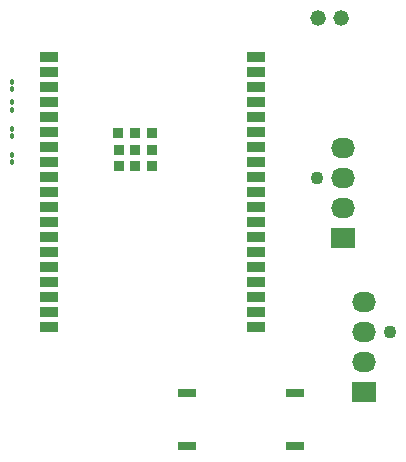
<source format=gbr>
G04 #@! TF.GenerationSoftware,KiCad,Pcbnew,7.0.8*
G04 #@! TF.CreationDate,2024-01-24T14:29:51-05:00*
G04 #@! TF.ProjectId,ESP32 Soil Moisture Sensor,45535033-3220-4536-9f69-6c204d6f6973,rev?*
G04 #@! TF.SameCoordinates,Original*
G04 #@! TF.FileFunction,Soldermask,Top*
G04 #@! TF.FilePolarity,Negative*
%FSLAX46Y46*%
G04 Gerber Fmt 4.6, Leading zero omitted, Abs format (unit mm)*
G04 Created by KiCad (PCBNEW 7.0.8) date 2024-01-24 14:29:51*
%MOMM*%
%LPD*%
G01*
G04 APERTURE LIST*
G04 Aperture macros list*
%AMRoundRect*
0 Rectangle with rounded corners*
0 $1 Rounding radius*
0 $2 $3 $4 $5 $6 $7 $8 $9 X,Y pos of 4 corners*
0 Add a 4 corners polygon primitive as box body*
4,1,4,$2,$3,$4,$5,$6,$7,$8,$9,$2,$3,0*
0 Add four circle primitives for the rounded corners*
1,1,$1+$1,$2,$3*
1,1,$1+$1,$4,$5*
1,1,$1+$1,$6,$7*
1,1,$1+$1,$8,$9*
0 Add four rect primitives between the rounded corners*
20,1,$1+$1,$2,$3,$4,$5,0*
20,1,$1+$1,$4,$5,$6,$7,0*
20,1,$1+$1,$6,$7,$8,$9,0*
20,1,$1+$1,$8,$9,$2,$3,0*%
G04 Aperture macros list end*
%ADD10R,1.524000X0.762000*%
%ADD11C,1.100000*%
%ADD12R,2.030000X1.730000*%
%ADD13O,2.030000X1.730000*%
%ADD14C,1.320800*%
%ADD15RoundRect,0.100000X0.100000X-0.130000X0.100000X0.130000X-0.100000X0.130000X-0.100000X-0.130000X0*%
%ADD16R,1.500000X0.900000*%
%ADD17R,0.900000X0.900000*%
%ADD18RoundRect,0.100000X-0.100000X0.130000X-0.100000X-0.130000X0.100000X-0.130000X0.100000X0.130000X0*%
G04 APERTURE END LIST*
D10*
X147802600Y-95752100D03*
X147802600Y-100247900D03*
X156997400Y-100247900D03*
X156997400Y-95752100D03*
D11*
X165000000Y-90540000D03*
D12*
X162840000Y-95620000D03*
D13*
X162840000Y-93080000D03*
X162840000Y-90540000D03*
X162840000Y-88000000D03*
D14*
X160895101Y-63982600D03*
X158895099Y-63982600D03*
D11*
X158840000Y-77540000D03*
D12*
X161000000Y-82620000D03*
D13*
X161000000Y-80080000D03*
X161000000Y-77540000D03*
X161000000Y-75000000D03*
D15*
X133005000Y-76175000D03*
X133005000Y-75535000D03*
D16*
X136170000Y-67310000D03*
X136170000Y-68580000D03*
X136170000Y-69850000D03*
X136170000Y-71120000D03*
X136170000Y-72390000D03*
X136170000Y-73660000D03*
X136170000Y-74930000D03*
X136170000Y-76200000D03*
X136170000Y-77470000D03*
X136170000Y-78740000D03*
X136170000Y-80010000D03*
X136170000Y-81280000D03*
X136170000Y-82550000D03*
X136170000Y-83820000D03*
X136170000Y-85090000D03*
X136170000Y-86360000D03*
X136170000Y-87630000D03*
X136170000Y-88900000D03*
X136170000Y-90170000D03*
X153670000Y-90170000D03*
X153670000Y-88900000D03*
X153670000Y-87630000D03*
X153670000Y-86360000D03*
X153670000Y-85090000D03*
X153670000Y-83820000D03*
X153670000Y-82550000D03*
X153670000Y-81280000D03*
X153670000Y-80010000D03*
X153670000Y-78740000D03*
X153670000Y-77470000D03*
X153670000Y-76200000D03*
X153670000Y-74930000D03*
X153670000Y-73660000D03*
X153670000Y-72390000D03*
X153670000Y-71120000D03*
X153670000Y-69850000D03*
X153670000Y-68580000D03*
X153670000Y-67310000D03*
D17*
X142015000Y-73705000D03*
X142020000Y-75105000D03*
X142020000Y-76505000D03*
X143420000Y-73705000D03*
X143420000Y-75105000D03*
X143420000Y-76505000D03*
X144820000Y-73705000D03*
X144820000Y-75105000D03*
X144820000Y-76505000D03*
D15*
X133005000Y-71750000D03*
X133005000Y-71110000D03*
D18*
X133005000Y-73340000D03*
X133005000Y-73980000D03*
D15*
X133005000Y-70000000D03*
X133005000Y-69360000D03*
M02*

</source>
